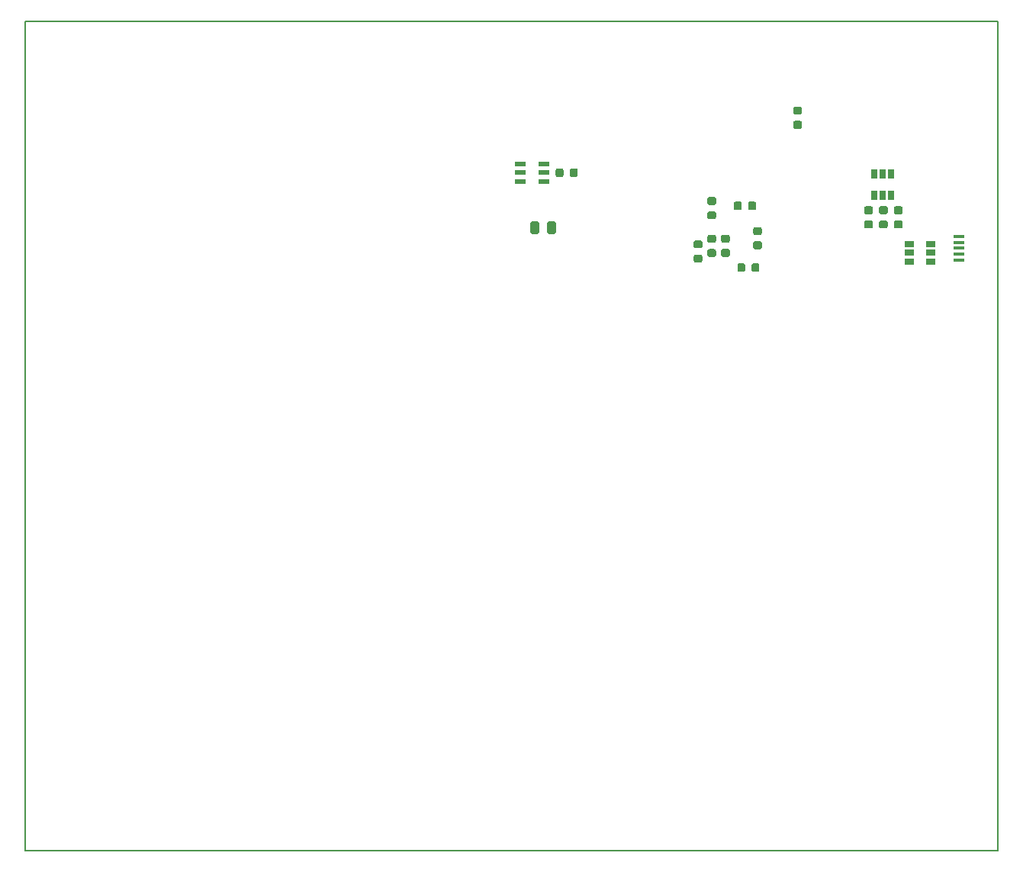
<source format=gbr>
G04 #@! TF.GenerationSoftware,KiCad,Pcbnew,5.0.2+dfsg1-1~bpo9+1*
G04 #@! TF.CreationDate,2019-02-21T15:21:29-05:00*
G04 #@! TF.ProjectId,nu.ai_motor_controller,6e752e61-695f-46d6-9f74-6f725f636f6e,rev?*
G04 #@! TF.SameCoordinates,Original*
G04 #@! TF.FileFunction,Paste,Bot*
G04 #@! TF.FilePolarity,Positive*
%FSLAX46Y46*%
G04 Gerber Fmt 4.6, Leading zero omitted, Abs format (unit mm)*
G04 Created by KiCad (PCBNEW 5.0.2+dfsg1-1~bpo9+1) date Thu 21 Feb 2019 03:21:29 PM EST*
%MOMM*%
%LPD*%
G01*
G04 APERTURE LIST*
%ADD10C,0.150000*%
%ADD11C,0.100000*%
%ADD12C,0.875000*%
%ADD13R,0.700000X1.000000*%
%ADD14C,0.975000*%
%ADD15R,1.200000X0.400000*%
%ADD16R,1.200000X0.600000*%
%ADD17R,1.000000X0.700000*%
G04 APERTURE END LIST*
D10*
X182970000Y-134900000D02*
X74970000Y-134900000D01*
X182970000Y-42900000D02*
X182970000Y-134900000D01*
X74970000Y-42900000D02*
X182970000Y-42900000D01*
X74970000Y-134900000D02*
X74970000Y-42900000D01*
D11*
G04 #@! TO.C,C10*
G36*
X154319691Y-62878053D02*
X154340926Y-62881203D01*
X154361750Y-62886419D01*
X154381962Y-62893651D01*
X154401368Y-62902830D01*
X154419781Y-62913866D01*
X154437024Y-62926654D01*
X154452930Y-62941070D01*
X154467346Y-62956976D01*
X154480134Y-62974219D01*
X154491170Y-62992632D01*
X154500349Y-63012038D01*
X154507581Y-63032250D01*
X154512797Y-63053074D01*
X154515947Y-63074309D01*
X154517000Y-63095750D01*
X154517000Y-63608250D01*
X154515947Y-63629691D01*
X154512797Y-63650926D01*
X154507581Y-63671750D01*
X154500349Y-63691962D01*
X154491170Y-63711368D01*
X154480134Y-63729781D01*
X154467346Y-63747024D01*
X154452930Y-63762930D01*
X154437024Y-63777346D01*
X154419781Y-63790134D01*
X154401368Y-63801170D01*
X154381962Y-63810349D01*
X154361750Y-63817581D01*
X154340926Y-63822797D01*
X154319691Y-63825947D01*
X154298250Y-63827000D01*
X153860750Y-63827000D01*
X153839309Y-63825947D01*
X153818074Y-63822797D01*
X153797250Y-63817581D01*
X153777038Y-63810349D01*
X153757632Y-63801170D01*
X153739219Y-63790134D01*
X153721976Y-63777346D01*
X153706070Y-63762930D01*
X153691654Y-63747024D01*
X153678866Y-63729781D01*
X153667830Y-63711368D01*
X153658651Y-63691962D01*
X153651419Y-63671750D01*
X153646203Y-63650926D01*
X153643053Y-63629691D01*
X153642000Y-63608250D01*
X153642000Y-63095750D01*
X153643053Y-63074309D01*
X153646203Y-63053074D01*
X153651419Y-63032250D01*
X153658651Y-63012038D01*
X153667830Y-62992632D01*
X153678866Y-62974219D01*
X153691654Y-62956976D01*
X153706070Y-62941070D01*
X153721976Y-62926654D01*
X153739219Y-62913866D01*
X153757632Y-62902830D01*
X153777038Y-62893651D01*
X153797250Y-62886419D01*
X153818074Y-62881203D01*
X153839309Y-62878053D01*
X153860750Y-62877000D01*
X154298250Y-62877000D01*
X154319691Y-62878053D01*
X154319691Y-62878053D01*
G37*
D12*
X154079500Y-63352000D03*
D11*
G36*
X155894691Y-62878053D02*
X155915926Y-62881203D01*
X155936750Y-62886419D01*
X155956962Y-62893651D01*
X155976368Y-62902830D01*
X155994781Y-62913866D01*
X156012024Y-62926654D01*
X156027930Y-62941070D01*
X156042346Y-62956976D01*
X156055134Y-62974219D01*
X156066170Y-62992632D01*
X156075349Y-63012038D01*
X156082581Y-63032250D01*
X156087797Y-63053074D01*
X156090947Y-63074309D01*
X156092000Y-63095750D01*
X156092000Y-63608250D01*
X156090947Y-63629691D01*
X156087797Y-63650926D01*
X156082581Y-63671750D01*
X156075349Y-63691962D01*
X156066170Y-63711368D01*
X156055134Y-63729781D01*
X156042346Y-63747024D01*
X156027930Y-63762930D01*
X156012024Y-63777346D01*
X155994781Y-63790134D01*
X155976368Y-63801170D01*
X155956962Y-63810349D01*
X155936750Y-63817581D01*
X155915926Y-63822797D01*
X155894691Y-63825947D01*
X155873250Y-63827000D01*
X155435750Y-63827000D01*
X155414309Y-63825947D01*
X155393074Y-63822797D01*
X155372250Y-63817581D01*
X155352038Y-63810349D01*
X155332632Y-63801170D01*
X155314219Y-63790134D01*
X155296976Y-63777346D01*
X155281070Y-63762930D01*
X155266654Y-63747024D01*
X155253866Y-63729781D01*
X155242830Y-63711368D01*
X155233651Y-63691962D01*
X155226419Y-63671750D01*
X155221203Y-63650926D01*
X155218053Y-63629691D01*
X155217000Y-63608250D01*
X155217000Y-63095750D01*
X155218053Y-63074309D01*
X155221203Y-63053074D01*
X155226419Y-63032250D01*
X155233651Y-63012038D01*
X155242830Y-62992632D01*
X155253866Y-62974219D01*
X155266654Y-62956976D01*
X155281070Y-62941070D01*
X155296976Y-62926654D01*
X155314219Y-62913866D01*
X155332632Y-62902830D01*
X155352038Y-62893651D01*
X155372250Y-62886419D01*
X155393074Y-62881203D01*
X155414309Y-62878053D01*
X155435750Y-62877000D01*
X155873250Y-62877000D01*
X155894691Y-62878053D01*
X155894691Y-62878053D01*
G37*
D12*
X155654500Y-63352000D03*
G04 #@! TD*
D11*
G04 #@! TO.C,C6*
G36*
X136108191Y-59195053D02*
X136129426Y-59198203D01*
X136150250Y-59203419D01*
X136170462Y-59210651D01*
X136189868Y-59219830D01*
X136208281Y-59230866D01*
X136225524Y-59243654D01*
X136241430Y-59258070D01*
X136255846Y-59273976D01*
X136268634Y-59291219D01*
X136279670Y-59309632D01*
X136288849Y-59329038D01*
X136296081Y-59349250D01*
X136301297Y-59370074D01*
X136304447Y-59391309D01*
X136305500Y-59412750D01*
X136305500Y-59925250D01*
X136304447Y-59946691D01*
X136301297Y-59967926D01*
X136296081Y-59988750D01*
X136288849Y-60008962D01*
X136279670Y-60028368D01*
X136268634Y-60046781D01*
X136255846Y-60064024D01*
X136241430Y-60079930D01*
X136225524Y-60094346D01*
X136208281Y-60107134D01*
X136189868Y-60118170D01*
X136170462Y-60127349D01*
X136150250Y-60134581D01*
X136129426Y-60139797D01*
X136108191Y-60142947D01*
X136086750Y-60144000D01*
X135649250Y-60144000D01*
X135627809Y-60142947D01*
X135606574Y-60139797D01*
X135585750Y-60134581D01*
X135565538Y-60127349D01*
X135546132Y-60118170D01*
X135527719Y-60107134D01*
X135510476Y-60094346D01*
X135494570Y-60079930D01*
X135480154Y-60064024D01*
X135467366Y-60046781D01*
X135456330Y-60028368D01*
X135447151Y-60008962D01*
X135439919Y-59988750D01*
X135434703Y-59967926D01*
X135431553Y-59946691D01*
X135430500Y-59925250D01*
X135430500Y-59412750D01*
X135431553Y-59391309D01*
X135434703Y-59370074D01*
X135439919Y-59349250D01*
X135447151Y-59329038D01*
X135456330Y-59309632D01*
X135467366Y-59291219D01*
X135480154Y-59273976D01*
X135494570Y-59258070D01*
X135510476Y-59243654D01*
X135527719Y-59230866D01*
X135546132Y-59219830D01*
X135565538Y-59210651D01*
X135585750Y-59203419D01*
X135606574Y-59198203D01*
X135627809Y-59195053D01*
X135649250Y-59194000D01*
X136086750Y-59194000D01*
X136108191Y-59195053D01*
X136108191Y-59195053D01*
G37*
D12*
X135868000Y-59669000D03*
D11*
G36*
X134533191Y-59195053D02*
X134554426Y-59198203D01*
X134575250Y-59203419D01*
X134595462Y-59210651D01*
X134614868Y-59219830D01*
X134633281Y-59230866D01*
X134650524Y-59243654D01*
X134666430Y-59258070D01*
X134680846Y-59273976D01*
X134693634Y-59291219D01*
X134704670Y-59309632D01*
X134713849Y-59329038D01*
X134721081Y-59349250D01*
X134726297Y-59370074D01*
X134729447Y-59391309D01*
X134730500Y-59412750D01*
X134730500Y-59925250D01*
X134729447Y-59946691D01*
X134726297Y-59967926D01*
X134721081Y-59988750D01*
X134713849Y-60008962D01*
X134704670Y-60028368D01*
X134693634Y-60046781D01*
X134680846Y-60064024D01*
X134666430Y-60079930D01*
X134650524Y-60094346D01*
X134633281Y-60107134D01*
X134614868Y-60118170D01*
X134595462Y-60127349D01*
X134575250Y-60134581D01*
X134554426Y-60139797D01*
X134533191Y-60142947D01*
X134511750Y-60144000D01*
X134074250Y-60144000D01*
X134052809Y-60142947D01*
X134031574Y-60139797D01*
X134010750Y-60134581D01*
X133990538Y-60127349D01*
X133971132Y-60118170D01*
X133952719Y-60107134D01*
X133935476Y-60094346D01*
X133919570Y-60079930D01*
X133905154Y-60064024D01*
X133892366Y-60046781D01*
X133881330Y-60028368D01*
X133872151Y-60008962D01*
X133864919Y-59988750D01*
X133859703Y-59967926D01*
X133856553Y-59946691D01*
X133855500Y-59925250D01*
X133855500Y-59412750D01*
X133856553Y-59391309D01*
X133859703Y-59370074D01*
X133864919Y-59349250D01*
X133872151Y-59329038D01*
X133881330Y-59309632D01*
X133892366Y-59291219D01*
X133905154Y-59273976D01*
X133919570Y-59258070D01*
X133935476Y-59243654D01*
X133952719Y-59230866D01*
X133971132Y-59219830D01*
X133990538Y-59210651D01*
X134010750Y-59203419D01*
X134031574Y-59198203D01*
X134052809Y-59195053D01*
X134074250Y-59194000D01*
X134511750Y-59194000D01*
X134533191Y-59195053D01*
X134533191Y-59195053D01*
G37*
D12*
X134293000Y-59669000D03*
G04 #@! TD*
D11*
G04 #@! TO.C,C9*
G36*
X149937691Y-67182553D02*
X149958926Y-67185703D01*
X149979750Y-67190919D01*
X149999962Y-67198151D01*
X150019368Y-67207330D01*
X150037781Y-67218366D01*
X150055024Y-67231154D01*
X150070930Y-67245570D01*
X150085346Y-67261476D01*
X150098134Y-67278719D01*
X150109170Y-67297132D01*
X150118349Y-67316538D01*
X150125581Y-67336750D01*
X150130797Y-67357574D01*
X150133947Y-67378809D01*
X150135000Y-67400250D01*
X150135000Y-67837750D01*
X150133947Y-67859191D01*
X150130797Y-67880426D01*
X150125581Y-67901250D01*
X150118349Y-67921462D01*
X150109170Y-67940868D01*
X150098134Y-67959281D01*
X150085346Y-67976524D01*
X150070930Y-67992430D01*
X150055024Y-68006846D01*
X150037781Y-68019634D01*
X150019368Y-68030670D01*
X149999962Y-68039849D01*
X149979750Y-68047081D01*
X149958926Y-68052297D01*
X149937691Y-68055447D01*
X149916250Y-68056500D01*
X149403750Y-68056500D01*
X149382309Y-68055447D01*
X149361074Y-68052297D01*
X149340250Y-68047081D01*
X149320038Y-68039849D01*
X149300632Y-68030670D01*
X149282219Y-68019634D01*
X149264976Y-68006846D01*
X149249070Y-67992430D01*
X149234654Y-67976524D01*
X149221866Y-67959281D01*
X149210830Y-67940868D01*
X149201651Y-67921462D01*
X149194419Y-67901250D01*
X149189203Y-67880426D01*
X149186053Y-67859191D01*
X149185000Y-67837750D01*
X149185000Y-67400250D01*
X149186053Y-67378809D01*
X149189203Y-67357574D01*
X149194419Y-67336750D01*
X149201651Y-67316538D01*
X149210830Y-67297132D01*
X149221866Y-67278719D01*
X149234654Y-67261476D01*
X149249070Y-67245570D01*
X149264976Y-67231154D01*
X149282219Y-67218366D01*
X149300632Y-67207330D01*
X149320038Y-67198151D01*
X149340250Y-67190919D01*
X149361074Y-67185703D01*
X149382309Y-67182553D01*
X149403750Y-67181500D01*
X149916250Y-67181500D01*
X149937691Y-67182553D01*
X149937691Y-67182553D01*
G37*
D12*
X149660000Y-67619000D03*
D11*
G36*
X149937691Y-68757553D02*
X149958926Y-68760703D01*
X149979750Y-68765919D01*
X149999962Y-68773151D01*
X150019368Y-68782330D01*
X150037781Y-68793366D01*
X150055024Y-68806154D01*
X150070930Y-68820570D01*
X150085346Y-68836476D01*
X150098134Y-68853719D01*
X150109170Y-68872132D01*
X150118349Y-68891538D01*
X150125581Y-68911750D01*
X150130797Y-68932574D01*
X150133947Y-68953809D01*
X150135000Y-68975250D01*
X150135000Y-69412750D01*
X150133947Y-69434191D01*
X150130797Y-69455426D01*
X150125581Y-69476250D01*
X150118349Y-69496462D01*
X150109170Y-69515868D01*
X150098134Y-69534281D01*
X150085346Y-69551524D01*
X150070930Y-69567430D01*
X150055024Y-69581846D01*
X150037781Y-69594634D01*
X150019368Y-69605670D01*
X149999962Y-69614849D01*
X149979750Y-69622081D01*
X149958926Y-69627297D01*
X149937691Y-69630447D01*
X149916250Y-69631500D01*
X149403750Y-69631500D01*
X149382309Y-69630447D01*
X149361074Y-69627297D01*
X149340250Y-69622081D01*
X149320038Y-69614849D01*
X149300632Y-69605670D01*
X149282219Y-69594634D01*
X149264976Y-69581846D01*
X149249070Y-69567430D01*
X149234654Y-69551524D01*
X149221866Y-69534281D01*
X149210830Y-69515868D01*
X149201651Y-69496462D01*
X149194419Y-69476250D01*
X149189203Y-69455426D01*
X149186053Y-69434191D01*
X149185000Y-69412750D01*
X149185000Y-68975250D01*
X149186053Y-68953809D01*
X149189203Y-68932574D01*
X149194419Y-68911750D01*
X149201651Y-68891538D01*
X149210830Y-68872132D01*
X149221866Y-68853719D01*
X149234654Y-68836476D01*
X149249070Y-68820570D01*
X149264976Y-68806154D01*
X149282219Y-68793366D01*
X149300632Y-68782330D01*
X149320038Y-68773151D01*
X149340250Y-68765919D01*
X149361074Y-68760703D01*
X149382309Y-68757553D01*
X149403750Y-68756500D01*
X149916250Y-68756500D01*
X149937691Y-68757553D01*
X149937691Y-68757553D01*
G37*
D12*
X149660000Y-69194000D03*
G04 #@! TD*
D11*
G04 #@! TO.C,C14*
G36*
X151461691Y-62382053D02*
X151482926Y-62385203D01*
X151503750Y-62390419D01*
X151523962Y-62397651D01*
X151543368Y-62406830D01*
X151561781Y-62417866D01*
X151579024Y-62430654D01*
X151594930Y-62445070D01*
X151609346Y-62460976D01*
X151622134Y-62478219D01*
X151633170Y-62496632D01*
X151642349Y-62516038D01*
X151649581Y-62536250D01*
X151654797Y-62557074D01*
X151657947Y-62578309D01*
X151659000Y-62599750D01*
X151659000Y-63037250D01*
X151657947Y-63058691D01*
X151654797Y-63079926D01*
X151649581Y-63100750D01*
X151642349Y-63120962D01*
X151633170Y-63140368D01*
X151622134Y-63158781D01*
X151609346Y-63176024D01*
X151594930Y-63191930D01*
X151579024Y-63206346D01*
X151561781Y-63219134D01*
X151543368Y-63230170D01*
X151523962Y-63239349D01*
X151503750Y-63246581D01*
X151482926Y-63251797D01*
X151461691Y-63254947D01*
X151440250Y-63256000D01*
X150927750Y-63256000D01*
X150906309Y-63254947D01*
X150885074Y-63251797D01*
X150864250Y-63246581D01*
X150844038Y-63239349D01*
X150824632Y-63230170D01*
X150806219Y-63219134D01*
X150788976Y-63206346D01*
X150773070Y-63191930D01*
X150758654Y-63176024D01*
X150745866Y-63158781D01*
X150734830Y-63140368D01*
X150725651Y-63120962D01*
X150718419Y-63100750D01*
X150713203Y-63079926D01*
X150710053Y-63058691D01*
X150709000Y-63037250D01*
X150709000Y-62599750D01*
X150710053Y-62578309D01*
X150713203Y-62557074D01*
X150718419Y-62536250D01*
X150725651Y-62516038D01*
X150734830Y-62496632D01*
X150745866Y-62478219D01*
X150758654Y-62460976D01*
X150773070Y-62445070D01*
X150788976Y-62430654D01*
X150806219Y-62417866D01*
X150824632Y-62406830D01*
X150844038Y-62397651D01*
X150864250Y-62390419D01*
X150885074Y-62385203D01*
X150906309Y-62382053D01*
X150927750Y-62381000D01*
X151440250Y-62381000D01*
X151461691Y-62382053D01*
X151461691Y-62382053D01*
G37*
D12*
X151184000Y-62818500D03*
D11*
G36*
X151461691Y-63957053D02*
X151482926Y-63960203D01*
X151503750Y-63965419D01*
X151523962Y-63972651D01*
X151543368Y-63981830D01*
X151561781Y-63992866D01*
X151579024Y-64005654D01*
X151594930Y-64020070D01*
X151609346Y-64035976D01*
X151622134Y-64053219D01*
X151633170Y-64071632D01*
X151642349Y-64091038D01*
X151649581Y-64111250D01*
X151654797Y-64132074D01*
X151657947Y-64153309D01*
X151659000Y-64174750D01*
X151659000Y-64612250D01*
X151657947Y-64633691D01*
X151654797Y-64654926D01*
X151649581Y-64675750D01*
X151642349Y-64695962D01*
X151633170Y-64715368D01*
X151622134Y-64733781D01*
X151609346Y-64751024D01*
X151594930Y-64766930D01*
X151579024Y-64781346D01*
X151561781Y-64794134D01*
X151543368Y-64805170D01*
X151523962Y-64814349D01*
X151503750Y-64821581D01*
X151482926Y-64826797D01*
X151461691Y-64829947D01*
X151440250Y-64831000D01*
X150927750Y-64831000D01*
X150906309Y-64829947D01*
X150885074Y-64826797D01*
X150864250Y-64821581D01*
X150844038Y-64814349D01*
X150824632Y-64805170D01*
X150806219Y-64794134D01*
X150788976Y-64781346D01*
X150773070Y-64766930D01*
X150758654Y-64751024D01*
X150745866Y-64733781D01*
X150734830Y-64715368D01*
X150725651Y-64695962D01*
X150718419Y-64675750D01*
X150713203Y-64654926D01*
X150710053Y-64633691D01*
X150709000Y-64612250D01*
X150709000Y-64174750D01*
X150710053Y-64153309D01*
X150713203Y-64132074D01*
X150718419Y-64111250D01*
X150725651Y-64091038D01*
X150734830Y-64071632D01*
X150745866Y-64053219D01*
X150758654Y-64035976D01*
X150773070Y-64020070D01*
X150788976Y-64005654D01*
X150806219Y-63992866D01*
X150824632Y-63981830D01*
X150844038Y-63972651D01*
X150864250Y-63965419D01*
X150885074Y-63960203D01*
X150906309Y-63957053D01*
X150927750Y-63956000D01*
X151440250Y-63956000D01*
X151461691Y-63957053D01*
X151461691Y-63957053D01*
G37*
D12*
X151184000Y-64393500D03*
G04 #@! TD*
D11*
G04 #@! TO.C,C15*
G36*
X154700691Y-69736053D02*
X154721926Y-69739203D01*
X154742750Y-69744419D01*
X154762962Y-69751651D01*
X154782368Y-69760830D01*
X154800781Y-69771866D01*
X154818024Y-69784654D01*
X154833930Y-69799070D01*
X154848346Y-69814976D01*
X154861134Y-69832219D01*
X154872170Y-69850632D01*
X154881349Y-69870038D01*
X154888581Y-69890250D01*
X154893797Y-69911074D01*
X154896947Y-69932309D01*
X154898000Y-69953750D01*
X154898000Y-70466250D01*
X154896947Y-70487691D01*
X154893797Y-70508926D01*
X154888581Y-70529750D01*
X154881349Y-70549962D01*
X154872170Y-70569368D01*
X154861134Y-70587781D01*
X154848346Y-70605024D01*
X154833930Y-70620930D01*
X154818024Y-70635346D01*
X154800781Y-70648134D01*
X154782368Y-70659170D01*
X154762962Y-70668349D01*
X154742750Y-70675581D01*
X154721926Y-70680797D01*
X154700691Y-70683947D01*
X154679250Y-70685000D01*
X154241750Y-70685000D01*
X154220309Y-70683947D01*
X154199074Y-70680797D01*
X154178250Y-70675581D01*
X154158038Y-70668349D01*
X154138632Y-70659170D01*
X154120219Y-70648134D01*
X154102976Y-70635346D01*
X154087070Y-70620930D01*
X154072654Y-70605024D01*
X154059866Y-70587781D01*
X154048830Y-70569368D01*
X154039651Y-70549962D01*
X154032419Y-70529750D01*
X154027203Y-70508926D01*
X154024053Y-70487691D01*
X154023000Y-70466250D01*
X154023000Y-69953750D01*
X154024053Y-69932309D01*
X154027203Y-69911074D01*
X154032419Y-69890250D01*
X154039651Y-69870038D01*
X154048830Y-69850632D01*
X154059866Y-69832219D01*
X154072654Y-69814976D01*
X154087070Y-69799070D01*
X154102976Y-69784654D01*
X154120219Y-69771866D01*
X154138632Y-69760830D01*
X154158038Y-69751651D01*
X154178250Y-69744419D01*
X154199074Y-69739203D01*
X154220309Y-69736053D01*
X154241750Y-69735000D01*
X154679250Y-69735000D01*
X154700691Y-69736053D01*
X154700691Y-69736053D01*
G37*
D12*
X154460500Y-70210000D03*
D11*
G36*
X156275691Y-69736053D02*
X156296926Y-69739203D01*
X156317750Y-69744419D01*
X156337962Y-69751651D01*
X156357368Y-69760830D01*
X156375781Y-69771866D01*
X156393024Y-69784654D01*
X156408930Y-69799070D01*
X156423346Y-69814976D01*
X156436134Y-69832219D01*
X156447170Y-69850632D01*
X156456349Y-69870038D01*
X156463581Y-69890250D01*
X156468797Y-69911074D01*
X156471947Y-69932309D01*
X156473000Y-69953750D01*
X156473000Y-70466250D01*
X156471947Y-70487691D01*
X156468797Y-70508926D01*
X156463581Y-70529750D01*
X156456349Y-70549962D01*
X156447170Y-70569368D01*
X156436134Y-70587781D01*
X156423346Y-70605024D01*
X156408930Y-70620930D01*
X156393024Y-70635346D01*
X156375781Y-70648134D01*
X156357368Y-70659170D01*
X156337962Y-70668349D01*
X156317750Y-70675581D01*
X156296926Y-70680797D01*
X156275691Y-70683947D01*
X156254250Y-70685000D01*
X155816750Y-70685000D01*
X155795309Y-70683947D01*
X155774074Y-70680797D01*
X155753250Y-70675581D01*
X155733038Y-70668349D01*
X155713632Y-70659170D01*
X155695219Y-70648134D01*
X155677976Y-70635346D01*
X155662070Y-70620930D01*
X155647654Y-70605024D01*
X155634866Y-70587781D01*
X155623830Y-70569368D01*
X155614651Y-70549962D01*
X155607419Y-70529750D01*
X155602203Y-70508926D01*
X155599053Y-70487691D01*
X155598000Y-70466250D01*
X155598000Y-69953750D01*
X155599053Y-69932309D01*
X155602203Y-69911074D01*
X155607419Y-69890250D01*
X155614651Y-69870038D01*
X155623830Y-69850632D01*
X155634866Y-69832219D01*
X155647654Y-69814976D01*
X155662070Y-69799070D01*
X155677976Y-69784654D01*
X155695219Y-69771866D01*
X155713632Y-69760830D01*
X155733038Y-69751651D01*
X155753250Y-69744419D01*
X155774074Y-69739203D01*
X155795309Y-69736053D01*
X155816750Y-69735000D01*
X156254250Y-69735000D01*
X156275691Y-69736053D01*
X156275691Y-69736053D01*
G37*
D12*
X156035500Y-70210000D03*
G04 #@! TD*
D11*
G04 #@! TO.C,C20*
G36*
X156541691Y-67284553D02*
X156562926Y-67287703D01*
X156583750Y-67292919D01*
X156603962Y-67300151D01*
X156623368Y-67309330D01*
X156641781Y-67320366D01*
X156659024Y-67333154D01*
X156674930Y-67347570D01*
X156689346Y-67363476D01*
X156702134Y-67380719D01*
X156713170Y-67399132D01*
X156722349Y-67418538D01*
X156729581Y-67438750D01*
X156734797Y-67459574D01*
X156737947Y-67480809D01*
X156739000Y-67502250D01*
X156739000Y-67939750D01*
X156737947Y-67961191D01*
X156734797Y-67982426D01*
X156729581Y-68003250D01*
X156722349Y-68023462D01*
X156713170Y-68042868D01*
X156702134Y-68061281D01*
X156689346Y-68078524D01*
X156674930Y-68094430D01*
X156659024Y-68108846D01*
X156641781Y-68121634D01*
X156623368Y-68132670D01*
X156603962Y-68141849D01*
X156583750Y-68149081D01*
X156562926Y-68154297D01*
X156541691Y-68157447D01*
X156520250Y-68158500D01*
X156007750Y-68158500D01*
X155986309Y-68157447D01*
X155965074Y-68154297D01*
X155944250Y-68149081D01*
X155924038Y-68141849D01*
X155904632Y-68132670D01*
X155886219Y-68121634D01*
X155868976Y-68108846D01*
X155853070Y-68094430D01*
X155838654Y-68078524D01*
X155825866Y-68061281D01*
X155814830Y-68042868D01*
X155805651Y-68023462D01*
X155798419Y-68003250D01*
X155793203Y-67982426D01*
X155790053Y-67961191D01*
X155789000Y-67939750D01*
X155789000Y-67502250D01*
X155790053Y-67480809D01*
X155793203Y-67459574D01*
X155798419Y-67438750D01*
X155805651Y-67418538D01*
X155814830Y-67399132D01*
X155825866Y-67380719D01*
X155838654Y-67363476D01*
X155853070Y-67347570D01*
X155868976Y-67333154D01*
X155886219Y-67320366D01*
X155904632Y-67309330D01*
X155924038Y-67300151D01*
X155944250Y-67292919D01*
X155965074Y-67287703D01*
X155986309Y-67284553D01*
X156007750Y-67283500D01*
X156520250Y-67283500D01*
X156541691Y-67284553D01*
X156541691Y-67284553D01*
G37*
D12*
X156264000Y-67721000D03*
D11*
G36*
X156541691Y-65709553D02*
X156562926Y-65712703D01*
X156583750Y-65717919D01*
X156603962Y-65725151D01*
X156623368Y-65734330D01*
X156641781Y-65745366D01*
X156659024Y-65758154D01*
X156674930Y-65772570D01*
X156689346Y-65788476D01*
X156702134Y-65805719D01*
X156713170Y-65824132D01*
X156722349Y-65843538D01*
X156729581Y-65863750D01*
X156734797Y-65884574D01*
X156737947Y-65905809D01*
X156739000Y-65927250D01*
X156739000Y-66364750D01*
X156737947Y-66386191D01*
X156734797Y-66407426D01*
X156729581Y-66428250D01*
X156722349Y-66448462D01*
X156713170Y-66467868D01*
X156702134Y-66486281D01*
X156689346Y-66503524D01*
X156674930Y-66519430D01*
X156659024Y-66533846D01*
X156641781Y-66546634D01*
X156623368Y-66557670D01*
X156603962Y-66566849D01*
X156583750Y-66574081D01*
X156562926Y-66579297D01*
X156541691Y-66582447D01*
X156520250Y-66583500D01*
X156007750Y-66583500D01*
X155986309Y-66582447D01*
X155965074Y-66579297D01*
X155944250Y-66574081D01*
X155924038Y-66566849D01*
X155904632Y-66557670D01*
X155886219Y-66546634D01*
X155868976Y-66533846D01*
X155853070Y-66519430D01*
X155838654Y-66503524D01*
X155825866Y-66486281D01*
X155814830Y-66467868D01*
X155805651Y-66448462D01*
X155798419Y-66428250D01*
X155793203Y-66407426D01*
X155790053Y-66386191D01*
X155789000Y-66364750D01*
X155789000Y-65927250D01*
X155790053Y-65905809D01*
X155793203Y-65884574D01*
X155798419Y-65863750D01*
X155805651Y-65843538D01*
X155814830Y-65824132D01*
X155825866Y-65805719D01*
X155838654Y-65788476D01*
X155853070Y-65772570D01*
X155868976Y-65758154D01*
X155886219Y-65745366D01*
X155904632Y-65734330D01*
X155924038Y-65725151D01*
X155944250Y-65717919D01*
X155965074Y-65712703D01*
X155986309Y-65709553D01*
X156007750Y-65708500D01*
X156520250Y-65708500D01*
X156541691Y-65709553D01*
X156541691Y-65709553D01*
G37*
D12*
X156264000Y-66146000D03*
G04 #@! TD*
D11*
G04 #@! TO.C,C31*
G36*
X152985691Y-68127213D02*
X153006926Y-68130363D01*
X153027750Y-68135579D01*
X153047962Y-68142811D01*
X153067368Y-68151990D01*
X153085781Y-68163026D01*
X153103024Y-68175814D01*
X153118930Y-68190230D01*
X153133346Y-68206136D01*
X153146134Y-68223379D01*
X153157170Y-68241792D01*
X153166349Y-68261198D01*
X153173581Y-68281410D01*
X153178797Y-68302234D01*
X153181947Y-68323469D01*
X153183000Y-68344910D01*
X153183000Y-68782410D01*
X153181947Y-68803851D01*
X153178797Y-68825086D01*
X153173581Y-68845910D01*
X153166349Y-68866122D01*
X153157170Y-68885528D01*
X153146134Y-68903941D01*
X153133346Y-68921184D01*
X153118930Y-68937090D01*
X153103024Y-68951506D01*
X153085781Y-68964294D01*
X153067368Y-68975330D01*
X153047962Y-68984509D01*
X153027750Y-68991741D01*
X153006926Y-68996957D01*
X152985691Y-69000107D01*
X152964250Y-69001160D01*
X152451750Y-69001160D01*
X152430309Y-69000107D01*
X152409074Y-68996957D01*
X152388250Y-68991741D01*
X152368038Y-68984509D01*
X152348632Y-68975330D01*
X152330219Y-68964294D01*
X152312976Y-68951506D01*
X152297070Y-68937090D01*
X152282654Y-68921184D01*
X152269866Y-68903941D01*
X152258830Y-68885528D01*
X152249651Y-68866122D01*
X152242419Y-68845910D01*
X152237203Y-68825086D01*
X152234053Y-68803851D01*
X152233000Y-68782410D01*
X152233000Y-68344910D01*
X152234053Y-68323469D01*
X152237203Y-68302234D01*
X152242419Y-68281410D01*
X152249651Y-68261198D01*
X152258830Y-68241792D01*
X152269866Y-68223379D01*
X152282654Y-68206136D01*
X152297070Y-68190230D01*
X152312976Y-68175814D01*
X152330219Y-68163026D01*
X152348632Y-68151990D01*
X152368038Y-68142811D01*
X152388250Y-68135579D01*
X152409074Y-68130363D01*
X152430309Y-68127213D01*
X152451750Y-68126160D01*
X152964250Y-68126160D01*
X152985691Y-68127213D01*
X152985691Y-68127213D01*
G37*
D12*
X152708000Y-68563660D03*
D11*
G36*
X152985691Y-66552213D02*
X153006926Y-66555363D01*
X153027750Y-66560579D01*
X153047962Y-66567811D01*
X153067368Y-66576990D01*
X153085781Y-66588026D01*
X153103024Y-66600814D01*
X153118930Y-66615230D01*
X153133346Y-66631136D01*
X153146134Y-66648379D01*
X153157170Y-66666792D01*
X153166349Y-66686198D01*
X153173581Y-66706410D01*
X153178797Y-66727234D01*
X153181947Y-66748469D01*
X153183000Y-66769910D01*
X153183000Y-67207410D01*
X153181947Y-67228851D01*
X153178797Y-67250086D01*
X153173581Y-67270910D01*
X153166349Y-67291122D01*
X153157170Y-67310528D01*
X153146134Y-67328941D01*
X153133346Y-67346184D01*
X153118930Y-67362090D01*
X153103024Y-67376506D01*
X153085781Y-67389294D01*
X153067368Y-67400330D01*
X153047962Y-67409509D01*
X153027750Y-67416741D01*
X153006926Y-67421957D01*
X152985691Y-67425107D01*
X152964250Y-67426160D01*
X152451750Y-67426160D01*
X152430309Y-67425107D01*
X152409074Y-67421957D01*
X152388250Y-67416741D01*
X152368038Y-67409509D01*
X152348632Y-67400330D01*
X152330219Y-67389294D01*
X152312976Y-67376506D01*
X152297070Y-67362090D01*
X152282654Y-67346184D01*
X152269866Y-67328941D01*
X152258830Y-67310528D01*
X152249651Y-67291122D01*
X152242419Y-67270910D01*
X152237203Y-67250086D01*
X152234053Y-67228851D01*
X152233000Y-67207410D01*
X152233000Y-66769910D01*
X152234053Y-66748469D01*
X152237203Y-66727234D01*
X152242419Y-66706410D01*
X152249651Y-66686198D01*
X152258830Y-66666792D01*
X152269866Y-66648379D01*
X152282654Y-66631136D01*
X152297070Y-66615230D01*
X152312976Y-66600814D01*
X152330219Y-66588026D01*
X152348632Y-66576990D01*
X152368038Y-66567811D01*
X152388250Y-66560579D01*
X152409074Y-66555363D01*
X152430309Y-66552213D01*
X152451750Y-66551160D01*
X152964250Y-66551160D01*
X152985691Y-66552213D01*
X152985691Y-66552213D01*
G37*
D12*
X152708000Y-66988660D03*
G04 #@! TD*
D13*
G04 #@! TO.C,D6*
X170168000Y-59796000D03*
X170168000Y-62196000D03*
X171118000Y-62196000D03*
X171118000Y-59796000D03*
X169218000Y-62196000D03*
X169218000Y-59796000D03*
G04 #@! TD*
D11*
G04 #@! TO.C,D7*
G36*
X131807463Y-65080125D02*
X131831124Y-65083635D01*
X131854328Y-65089447D01*
X131876850Y-65097505D01*
X131898474Y-65107733D01*
X131918991Y-65120030D01*
X131938204Y-65134280D01*
X131955928Y-65150344D01*
X131971992Y-65168068D01*
X131986242Y-65187281D01*
X131998539Y-65207798D01*
X132008767Y-65229422D01*
X132016825Y-65251944D01*
X132022637Y-65275148D01*
X132026147Y-65298809D01*
X132027321Y-65322701D01*
X132027321Y-66235201D01*
X132026147Y-66259093D01*
X132022637Y-66282754D01*
X132016825Y-66305958D01*
X132008767Y-66328480D01*
X131998539Y-66350104D01*
X131986242Y-66370621D01*
X131971992Y-66389834D01*
X131955928Y-66407558D01*
X131938204Y-66423622D01*
X131918991Y-66437872D01*
X131898474Y-66450169D01*
X131876850Y-66460397D01*
X131854328Y-66468455D01*
X131831124Y-66474267D01*
X131807463Y-66477777D01*
X131783571Y-66478951D01*
X131296071Y-66478951D01*
X131272179Y-66477777D01*
X131248518Y-66474267D01*
X131225314Y-66468455D01*
X131202792Y-66460397D01*
X131181168Y-66450169D01*
X131160651Y-66437872D01*
X131141438Y-66423622D01*
X131123714Y-66407558D01*
X131107650Y-66389834D01*
X131093400Y-66370621D01*
X131081103Y-66350104D01*
X131070875Y-66328480D01*
X131062817Y-66305958D01*
X131057005Y-66282754D01*
X131053495Y-66259093D01*
X131052321Y-66235201D01*
X131052321Y-65322701D01*
X131053495Y-65298809D01*
X131057005Y-65275148D01*
X131062817Y-65251944D01*
X131070875Y-65229422D01*
X131081103Y-65207798D01*
X131093400Y-65187281D01*
X131107650Y-65168068D01*
X131123714Y-65150344D01*
X131141438Y-65134280D01*
X131160651Y-65120030D01*
X131181168Y-65107733D01*
X131202792Y-65097505D01*
X131225314Y-65089447D01*
X131248518Y-65083635D01*
X131272179Y-65080125D01*
X131296071Y-65078951D01*
X131783571Y-65078951D01*
X131807463Y-65080125D01*
X131807463Y-65080125D01*
G37*
D14*
X131539821Y-65778951D03*
D11*
G36*
X133682463Y-65080125D02*
X133706124Y-65083635D01*
X133729328Y-65089447D01*
X133751850Y-65097505D01*
X133773474Y-65107733D01*
X133793991Y-65120030D01*
X133813204Y-65134280D01*
X133830928Y-65150344D01*
X133846992Y-65168068D01*
X133861242Y-65187281D01*
X133873539Y-65207798D01*
X133883767Y-65229422D01*
X133891825Y-65251944D01*
X133897637Y-65275148D01*
X133901147Y-65298809D01*
X133902321Y-65322701D01*
X133902321Y-66235201D01*
X133901147Y-66259093D01*
X133897637Y-66282754D01*
X133891825Y-66305958D01*
X133883767Y-66328480D01*
X133873539Y-66350104D01*
X133861242Y-66370621D01*
X133846992Y-66389834D01*
X133830928Y-66407558D01*
X133813204Y-66423622D01*
X133793991Y-66437872D01*
X133773474Y-66450169D01*
X133751850Y-66460397D01*
X133729328Y-66468455D01*
X133706124Y-66474267D01*
X133682463Y-66477777D01*
X133658571Y-66478951D01*
X133171071Y-66478951D01*
X133147179Y-66477777D01*
X133123518Y-66474267D01*
X133100314Y-66468455D01*
X133077792Y-66460397D01*
X133056168Y-66450169D01*
X133035651Y-66437872D01*
X133016438Y-66423622D01*
X132998714Y-66407558D01*
X132982650Y-66389834D01*
X132968400Y-66370621D01*
X132956103Y-66350104D01*
X132945875Y-66328480D01*
X132937817Y-66305958D01*
X132932005Y-66282754D01*
X132928495Y-66259093D01*
X132927321Y-66235201D01*
X132927321Y-65322701D01*
X132928495Y-65298809D01*
X132932005Y-65275148D01*
X132937817Y-65251944D01*
X132945875Y-65229422D01*
X132956103Y-65207798D01*
X132968400Y-65187281D01*
X132982650Y-65168068D01*
X132998714Y-65150344D01*
X133016438Y-65134280D01*
X133035651Y-65120030D01*
X133056168Y-65107733D01*
X133077792Y-65097505D01*
X133100314Y-65089447D01*
X133123518Y-65083635D01*
X133147179Y-65080125D01*
X133171071Y-65078951D01*
X133658571Y-65078951D01*
X133682463Y-65080125D01*
X133682463Y-65080125D01*
G37*
D14*
X133414821Y-65778951D03*
G04 #@! TD*
D15*
G04 #@! TO.C,J11*
X178645509Y-69338090D03*
X178645509Y-68688090D03*
X178645509Y-68038090D03*
X178645509Y-67388090D03*
X178645509Y-66738090D03*
G04 #@! TD*
D11*
G04 #@! TO.C,L1*
G36*
X151461691Y-66573053D02*
X151482926Y-66576203D01*
X151503750Y-66581419D01*
X151523962Y-66588651D01*
X151543368Y-66597830D01*
X151561781Y-66608866D01*
X151579024Y-66621654D01*
X151594930Y-66636070D01*
X151609346Y-66651976D01*
X151622134Y-66669219D01*
X151633170Y-66687632D01*
X151642349Y-66707038D01*
X151649581Y-66727250D01*
X151654797Y-66748074D01*
X151657947Y-66769309D01*
X151659000Y-66790750D01*
X151659000Y-67228250D01*
X151657947Y-67249691D01*
X151654797Y-67270926D01*
X151649581Y-67291750D01*
X151642349Y-67311962D01*
X151633170Y-67331368D01*
X151622134Y-67349781D01*
X151609346Y-67367024D01*
X151594930Y-67382930D01*
X151579024Y-67397346D01*
X151561781Y-67410134D01*
X151543368Y-67421170D01*
X151523962Y-67430349D01*
X151503750Y-67437581D01*
X151482926Y-67442797D01*
X151461691Y-67445947D01*
X151440250Y-67447000D01*
X150927750Y-67447000D01*
X150906309Y-67445947D01*
X150885074Y-67442797D01*
X150864250Y-67437581D01*
X150844038Y-67430349D01*
X150824632Y-67421170D01*
X150806219Y-67410134D01*
X150788976Y-67397346D01*
X150773070Y-67382930D01*
X150758654Y-67367024D01*
X150745866Y-67349781D01*
X150734830Y-67331368D01*
X150725651Y-67311962D01*
X150718419Y-67291750D01*
X150713203Y-67270926D01*
X150710053Y-67249691D01*
X150709000Y-67228250D01*
X150709000Y-66790750D01*
X150710053Y-66769309D01*
X150713203Y-66748074D01*
X150718419Y-66727250D01*
X150725651Y-66707038D01*
X150734830Y-66687632D01*
X150745866Y-66669219D01*
X150758654Y-66651976D01*
X150773070Y-66636070D01*
X150788976Y-66621654D01*
X150806219Y-66608866D01*
X150824632Y-66597830D01*
X150844038Y-66588651D01*
X150864250Y-66581419D01*
X150885074Y-66576203D01*
X150906309Y-66573053D01*
X150927750Y-66572000D01*
X151440250Y-66572000D01*
X151461691Y-66573053D01*
X151461691Y-66573053D01*
G37*
D12*
X151184000Y-67009500D03*
D11*
G36*
X151461691Y-68148053D02*
X151482926Y-68151203D01*
X151503750Y-68156419D01*
X151523962Y-68163651D01*
X151543368Y-68172830D01*
X151561781Y-68183866D01*
X151579024Y-68196654D01*
X151594930Y-68211070D01*
X151609346Y-68226976D01*
X151622134Y-68244219D01*
X151633170Y-68262632D01*
X151642349Y-68282038D01*
X151649581Y-68302250D01*
X151654797Y-68323074D01*
X151657947Y-68344309D01*
X151659000Y-68365750D01*
X151659000Y-68803250D01*
X151657947Y-68824691D01*
X151654797Y-68845926D01*
X151649581Y-68866750D01*
X151642349Y-68886962D01*
X151633170Y-68906368D01*
X151622134Y-68924781D01*
X151609346Y-68942024D01*
X151594930Y-68957930D01*
X151579024Y-68972346D01*
X151561781Y-68985134D01*
X151543368Y-68996170D01*
X151523962Y-69005349D01*
X151503750Y-69012581D01*
X151482926Y-69017797D01*
X151461691Y-69020947D01*
X151440250Y-69022000D01*
X150927750Y-69022000D01*
X150906309Y-69020947D01*
X150885074Y-69017797D01*
X150864250Y-69012581D01*
X150844038Y-69005349D01*
X150824632Y-68996170D01*
X150806219Y-68985134D01*
X150788976Y-68972346D01*
X150773070Y-68957930D01*
X150758654Y-68942024D01*
X150745866Y-68924781D01*
X150734830Y-68906368D01*
X150725651Y-68886962D01*
X150718419Y-68866750D01*
X150713203Y-68845926D01*
X150710053Y-68824691D01*
X150709000Y-68803250D01*
X150709000Y-68365750D01*
X150710053Y-68344309D01*
X150713203Y-68323074D01*
X150718419Y-68302250D01*
X150725651Y-68282038D01*
X150734830Y-68262632D01*
X150745866Y-68244219D01*
X150758654Y-68226976D01*
X150773070Y-68211070D01*
X150788976Y-68196654D01*
X150806219Y-68183866D01*
X150824632Y-68172830D01*
X150844038Y-68163651D01*
X150864250Y-68156419D01*
X150885074Y-68151203D01*
X150906309Y-68148053D01*
X150927750Y-68147000D01*
X151440250Y-68147000D01*
X151461691Y-68148053D01*
X151461691Y-68148053D01*
G37*
D12*
X151184000Y-68584500D03*
G04 #@! TD*
D11*
G04 #@! TO.C,R18*
G36*
X168860691Y-64973053D02*
X168881926Y-64976203D01*
X168902750Y-64981419D01*
X168922962Y-64988651D01*
X168942368Y-64997830D01*
X168960781Y-65008866D01*
X168978024Y-65021654D01*
X168993930Y-65036070D01*
X169008346Y-65051976D01*
X169021134Y-65069219D01*
X169032170Y-65087632D01*
X169041349Y-65107038D01*
X169048581Y-65127250D01*
X169053797Y-65148074D01*
X169056947Y-65169309D01*
X169058000Y-65190750D01*
X169058000Y-65628250D01*
X169056947Y-65649691D01*
X169053797Y-65670926D01*
X169048581Y-65691750D01*
X169041349Y-65711962D01*
X169032170Y-65731368D01*
X169021134Y-65749781D01*
X169008346Y-65767024D01*
X168993930Y-65782930D01*
X168978024Y-65797346D01*
X168960781Y-65810134D01*
X168942368Y-65821170D01*
X168922962Y-65830349D01*
X168902750Y-65837581D01*
X168881926Y-65842797D01*
X168860691Y-65845947D01*
X168839250Y-65847000D01*
X168326750Y-65847000D01*
X168305309Y-65845947D01*
X168284074Y-65842797D01*
X168263250Y-65837581D01*
X168243038Y-65830349D01*
X168223632Y-65821170D01*
X168205219Y-65810134D01*
X168187976Y-65797346D01*
X168172070Y-65782930D01*
X168157654Y-65767024D01*
X168144866Y-65749781D01*
X168133830Y-65731368D01*
X168124651Y-65711962D01*
X168117419Y-65691750D01*
X168112203Y-65670926D01*
X168109053Y-65649691D01*
X168108000Y-65628250D01*
X168108000Y-65190750D01*
X168109053Y-65169309D01*
X168112203Y-65148074D01*
X168117419Y-65127250D01*
X168124651Y-65107038D01*
X168133830Y-65087632D01*
X168144866Y-65069219D01*
X168157654Y-65051976D01*
X168172070Y-65036070D01*
X168187976Y-65021654D01*
X168205219Y-65008866D01*
X168223632Y-64997830D01*
X168243038Y-64988651D01*
X168263250Y-64981419D01*
X168284074Y-64976203D01*
X168305309Y-64973053D01*
X168326750Y-64972000D01*
X168839250Y-64972000D01*
X168860691Y-64973053D01*
X168860691Y-64973053D01*
G37*
D12*
X168583000Y-65409500D03*
D11*
G36*
X168860691Y-63398053D02*
X168881926Y-63401203D01*
X168902750Y-63406419D01*
X168922962Y-63413651D01*
X168942368Y-63422830D01*
X168960781Y-63433866D01*
X168978024Y-63446654D01*
X168993930Y-63461070D01*
X169008346Y-63476976D01*
X169021134Y-63494219D01*
X169032170Y-63512632D01*
X169041349Y-63532038D01*
X169048581Y-63552250D01*
X169053797Y-63573074D01*
X169056947Y-63594309D01*
X169058000Y-63615750D01*
X169058000Y-64053250D01*
X169056947Y-64074691D01*
X169053797Y-64095926D01*
X169048581Y-64116750D01*
X169041349Y-64136962D01*
X169032170Y-64156368D01*
X169021134Y-64174781D01*
X169008346Y-64192024D01*
X168993930Y-64207930D01*
X168978024Y-64222346D01*
X168960781Y-64235134D01*
X168942368Y-64246170D01*
X168922962Y-64255349D01*
X168902750Y-64262581D01*
X168881926Y-64267797D01*
X168860691Y-64270947D01*
X168839250Y-64272000D01*
X168326750Y-64272000D01*
X168305309Y-64270947D01*
X168284074Y-64267797D01*
X168263250Y-64262581D01*
X168243038Y-64255349D01*
X168223632Y-64246170D01*
X168205219Y-64235134D01*
X168187976Y-64222346D01*
X168172070Y-64207930D01*
X168157654Y-64192024D01*
X168144866Y-64174781D01*
X168133830Y-64156368D01*
X168124651Y-64136962D01*
X168117419Y-64116750D01*
X168112203Y-64095926D01*
X168109053Y-64074691D01*
X168108000Y-64053250D01*
X168108000Y-63615750D01*
X168109053Y-63594309D01*
X168112203Y-63573074D01*
X168117419Y-63552250D01*
X168124651Y-63532038D01*
X168133830Y-63512632D01*
X168144866Y-63494219D01*
X168157654Y-63476976D01*
X168172070Y-63461070D01*
X168187976Y-63446654D01*
X168205219Y-63433866D01*
X168223632Y-63422830D01*
X168243038Y-63413651D01*
X168263250Y-63406419D01*
X168284074Y-63401203D01*
X168305309Y-63398053D01*
X168326750Y-63397000D01*
X168839250Y-63397000D01*
X168860691Y-63398053D01*
X168860691Y-63398053D01*
G37*
D12*
X168583000Y-63834500D03*
G04 #@! TD*
D11*
G04 #@! TO.C,R19*
G36*
X172162691Y-63398053D02*
X172183926Y-63401203D01*
X172204750Y-63406419D01*
X172224962Y-63413651D01*
X172244368Y-63422830D01*
X172262781Y-63433866D01*
X172280024Y-63446654D01*
X172295930Y-63461070D01*
X172310346Y-63476976D01*
X172323134Y-63494219D01*
X172334170Y-63512632D01*
X172343349Y-63532038D01*
X172350581Y-63552250D01*
X172355797Y-63573074D01*
X172358947Y-63594309D01*
X172360000Y-63615750D01*
X172360000Y-64053250D01*
X172358947Y-64074691D01*
X172355797Y-64095926D01*
X172350581Y-64116750D01*
X172343349Y-64136962D01*
X172334170Y-64156368D01*
X172323134Y-64174781D01*
X172310346Y-64192024D01*
X172295930Y-64207930D01*
X172280024Y-64222346D01*
X172262781Y-64235134D01*
X172244368Y-64246170D01*
X172224962Y-64255349D01*
X172204750Y-64262581D01*
X172183926Y-64267797D01*
X172162691Y-64270947D01*
X172141250Y-64272000D01*
X171628750Y-64272000D01*
X171607309Y-64270947D01*
X171586074Y-64267797D01*
X171565250Y-64262581D01*
X171545038Y-64255349D01*
X171525632Y-64246170D01*
X171507219Y-64235134D01*
X171489976Y-64222346D01*
X171474070Y-64207930D01*
X171459654Y-64192024D01*
X171446866Y-64174781D01*
X171435830Y-64156368D01*
X171426651Y-64136962D01*
X171419419Y-64116750D01*
X171414203Y-64095926D01*
X171411053Y-64074691D01*
X171410000Y-64053250D01*
X171410000Y-63615750D01*
X171411053Y-63594309D01*
X171414203Y-63573074D01*
X171419419Y-63552250D01*
X171426651Y-63532038D01*
X171435830Y-63512632D01*
X171446866Y-63494219D01*
X171459654Y-63476976D01*
X171474070Y-63461070D01*
X171489976Y-63446654D01*
X171507219Y-63433866D01*
X171525632Y-63422830D01*
X171545038Y-63413651D01*
X171565250Y-63406419D01*
X171586074Y-63401203D01*
X171607309Y-63398053D01*
X171628750Y-63397000D01*
X172141250Y-63397000D01*
X172162691Y-63398053D01*
X172162691Y-63398053D01*
G37*
D12*
X171885000Y-63834500D03*
D11*
G36*
X172162691Y-64973053D02*
X172183926Y-64976203D01*
X172204750Y-64981419D01*
X172224962Y-64988651D01*
X172244368Y-64997830D01*
X172262781Y-65008866D01*
X172280024Y-65021654D01*
X172295930Y-65036070D01*
X172310346Y-65051976D01*
X172323134Y-65069219D01*
X172334170Y-65087632D01*
X172343349Y-65107038D01*
X172350581Y-65127250D01*
X172355797Y-65148074D01*
X172358947Y-65169309D01*
X172360000Y-65190750D01*
X172360000Y-65628250D01*
X172358947Y-65649691D01*
X172355797Y-65670926D01*
X172350581Y-65691750D01*
X172343349Y-65711962D01*
X172334170Y-65731368D01*
X172323134Y-65749781D01*
X172310346Y-65767024D01*
X172295930Y-65782930D01*
X172280024Y-65797346D01*
X172262781Y-65810134D01*
X172244368Y-65821170D01*
X172224962Y-65830349D01*
X172204750Y-65837581D01*
X172183926Y-65842797D01*
X172162691Y-65845947D01*
X172141250Y-65847000D01*
X171628750Y-65847000D01*
X171607309Y-65845947D01*
X171586074Y-65842797D01*
X171565250Y-65837581D01*
X171545038Y-65830349D01*
X171525632Y-65821170D01*
X171507219Y-65810134D01*
X171489976Y-65797346D01*
X171474070Y-65782930D01*
X171459654Y-65767024D01*
X171446866Y-65749781D01*
X171435830Y-65731368D01*
X171426651Y-65711962D01*
X171419419Y-65691750D01*
X171414203Y-65670926D01*
X171411053Y-65649691D01*
X171410000Y-65628250D01*
X171410000Y-65190750D01*
X171411053Y-65169309D01*
X171414203Y-65148074D01*
X171419419Y-65127250D01*
X171426651Y-65107038D01*
X171435830Y-65087632D01*
X171446866Y-65069219D01*
X171459654Y-65051976D01*
X171474070Y-65036070D01*
X171489976Y-65021654D01*
X171507219Y-65008866D01*
X171525632Y-64997830D01*
X171545038Y-64988651D01*
X171565250Y-64981419D01*
X171586074Y-64976203D01*
X171607309Y-64973053D01*
X171628750Y-64972000D01*
X172141250Y-64972000D01*
X172162691Y-64973053D01*
X172162691Y-64973053D01*
G37*
D12*
X171885000Y-65409500D03*
G04 #@! TD*
D11*
G04 #@! TO.C,R27*
G36*
X160986691Y-53924053D02*
X161007926Y-53927203D01*
X161028750Y-53932419D01*
X161048962Y-53939651D01*
X161068368Y-53948830D01*
X161086781Y-53959866D01*
X161104024Y-53972654D01*
X161119930Y-53987070D01*
X161134346Y-54002976D01*
X161147134Y-54020219D01*
X161158170Y-54038632D01*
X161167349Y-54058038D01*
X161174581Y-54078250D01*
X161179797Y-54099074D01*
X161182947Y-54120309D01*
X161184000Y-54141750D01*
X161184000Y-54579250D01*
X161182947Y-54600691D01*
X161179797Y-54621926D01*
X161174581Y-54642750D01*
X161167349Y-54662962D01*
X161158170Y-54682368D01*
X161147134Y-54700781D01*
X161134346Y-54718024D01*
X161119930Y-54733930D01*
X161104024Y-54748346D01*
X161086781Y-54761134D01*
X161068368Y-54772170D01*
X161048962Y-54781349D01*
X161028750Y-54788581D01*
X161007926Y-54793797D01*
X160986691Y-54796947D01*
X160965250Y-54798000D01*
X160452750Y-54798000D01*
X160431309Y-54796947D01*
X160410074Y-54793797D01*
X160389250Y-54788581D01*
X160369038Y-54781349D01*
X160349632Y-54772170D01*
X160331219Y-54761134D01*
X160313976Y-54748346D01*
X160298070Y-54733930D01*
X160283654Y-54718024D01*
X160270866Y-54700781D01*
X160259830Y-54682368D01*
X160250651Y-54662962D01*
X160243419Y-54642750D01*
X160238203Y-54621926D01*
X160235053Y-54600691D01*
X160234000Y-54579250D01*
X160234000Y-54141750D01*
X160235053Y-54120309D01*
X160238203Y-54099074D01*
X160243419Y-54078250D01*
X160250651Y-54058038D01*
X160259830Y-54038632D01*
X160270866Y-54020219D01*
X160283654Y-54002976D01*
X160298070Y-53987070D01*
X160313976Y-53972654D01*
X160331219Y-53959866D01*
X160349632Y-53948830D01*
X160369038Y-53939651D01*
X160389250Y-53932419D01*
X160410074Y-53927203D01*
X160431309Y-53924053D01*
X160452750Y-53923000D01*
X160965250Y-53923000D01*
X160986691Y-53924053D01*
X160986691Y-53924053D01*
G37*
D12*
X160709000Y-54360500D03*
D11*
G36*
X160986691Y-52349053D02*
X161007926Y-52352203D01*
X161028750Y-52357419D01*
X161048962Y-52364651D01*
X161068368Y-52373830D01*
X161086781Y-52384866D01*
X161104024Y-52397654D01*
X161119930Y-52412070D01*
X161134346Y-52427976D01*
X161147134Y-52445219D01*
X161158170Y-52463632D01*
X161167349Y-52483038D01*
X161174581Y-52503250D01*
X161179797Y-52524074D01*
X161182947Y-52545309D01*
X161184000Y-52566750D01*
X161184000Y-53004250D01*
X161182947Y-53025691D01*
X161179797Y-53046926D01*
X161174581Y-53067750D01*
X161167349Y-53087962D01*
X161158170Y-53107368D01*
X161147134Y-53125781D01*
X161134346Y-53143024D01*
X161119930Y-53158930D01*
X161104024Y-53173346D01*
X161086781Y-53186134D01*
X161068368Y-53197170D01*
X161048962Y-53206349D01*
X161028750Y-53213581D01*
X161007926Y-53218797D01*
X160986691Y-53221947D01*
X160965250Y-53223000D01*
X160452750Y-53223000D01*
X160431309Y-53221947D01*
X160410074Y-53218797D01*
X160389250Y-53213581D01*
X160369038Y-53206349D01*
X160349632Y-53197170D01*
X160331219Y-53186134D01*
X160313976Y-53173346D01*
X160298070Y-53158930D01*
X160283654Y-53143024D01*
X160270866Y-53125781D01*
X160259830Y-53107368D01*
X160250651Y-53087962D01*
X160243419Y-53067750D01*
X160238203Y-53046926D01*
X160235053Y-53025691D01*
X160234000Y-53004250D01*
X160234000Y-52566750D01*
X160235053Y-52545309D01*
X160238203Y-52524074D01*
X160243419Y-52503250D01*
X160250651Y-52483038D01*
X160259830Y-52463632D01*
X160270866Y-52445219D01*
X160283654Y-52427976D01*
X160298070Y-52412070D01*
X160313976Y-52397654D01*
X160331219Y-52384866D01*
X160349632Y-52373830D01*
X160369038Y-52364651D01*
X160389250Y-52357419D01*
X160410074Y-52352203D01*
X160431309Y-52349053D01*
X160452750Y-52348000D01*
X160965250Y-52348000D01*
X160986691Y-52349053D01*
X160986691Y-52349053D01*
G37*
D12*
X160709000Y-52785500D03*
G04 #@! TD*
D11*
G04 #@! TO.C,R36*
G36*
X170511691Y-64973053D02*
X170532926Y-64976203D01*
X170553750Y-64981419D01*
X170573962Y-64988651D01*
X170593368Y-64997830D01*
X170611781Y-65008866D01*
X170629024Y-65021654D01*
X170644930Y-65036070D01*
X170659346Y-65051976D01*
X170672134Y-65069219D01*
X170683170Y-65087632D01*
X170692349Y-65107038D01*
X170699581Y-65127250D01*
X170704797Y-65148074D01*
X170707947Y-65169309D01*
X170709000Y-65190750D01*
X170709000Y-65628250D01*
X170707947Y-65649691D01*
X170704797Y-65670926D01*
X170699581Y-65691750D01*
X170692349Y-65711962D01*
X170683170Y-65731368D01*
X170672134Y-65749781D01*
X170659346Y-65767024D01*
X170644930Y-65782930D01*
X170629024Y-65797346D01*
X170611781Y-65810134D01*
X170593368Y-65821170D01*
X170573962Y-65830349D01*
X170553750Y-65837581D01*
X170532926Y-65842797D01*
X170511691Y-65845947D01*
X170490250Y-65847000D01*
X169977750Y-65847000D01*
X169956309Y-65845947D01*
X169935074Y-65842797D01*
X169914250Y-65837581D01*
X169894038Y-65830349D01*
X169874632Y-65821170D01*
X169856219Y-65810134D01*
X169838976Y-65797346D01*
X169823070Y-65782930D01*
X169808654Y-65767024D01*
X169795866Y-65749781D01*
X169784830Y-65731368D01*
X169775651Y-65711962D01*
X169768419Y-65691750D01*
X169763203Y-65670926D01*
X169760053Y-65649691D01*
X169759000Y-65628250D01*
X169759000Y-65190750D01*
X169760053Y-65169309D01*
X169763203Y-65148074D01*
X169768419Y-65127250D01*
X169775651Y-65107038D01*
X169784830Y-65087632D01*
X169795866Y-65069219D01*
X169808654Y-65051976D01*
X169823070Y-65036070D01*
X169838976Y-65021654D01*
X169856219Y-65008866D01*
X169874632Y-64997830D01*
X169894038Y-64988651D01*
X169914250Y-64981419D01*
X169935074Y-64976203D01*
X169956309Y-64973053D01*
X169977750Y-64972000D01*
X170490250Y-64972000D01*
X170511691Y-64973053D01*
X170511691Y-64973053D01*
G37*
D12*
X170234000Y-65409500D03*
D11*
G36*
X170511691Y-63398053D02*
X170532926Y-63401203D01*
X170553750Y-63406419D01*
X170573962Y-63413651D01*
X170593368Y-63422830D01*
X170611781Y-63433866D01*
X170629024Y-63446654D01*
X170644930Y-63461070D01*
X170659346Y-63476976D01*
X170672134Y-63494219D01*
X170683170Y-63512632D01*
X170692349Y-63532038D01*
X170699581Y-63552250D01*
X170704797Y-63573074D01*
X170707947Y-63594309D01*
X170709000Y-63615750D01*
X170709000Y-64053250D01*
X170707947Y-64074691D01*
X170704797Y-64095926D01*
X170699581Y-64116750D01*
X170692349Y-64136962D01*
X170683170Y-64156368D01*
X170672134Y-64174781D01*
X170659346Y-64192024D01*
X170644930Y-64207930D01*
X170629024Y-64222346D01*
X170611781Y-64235134D01*
X170593368Y-64246170D01*
X170573962Y-64255349D01*
X170553750Y-64262581D01*
X170532926Y-64267797D01*
X170511691Y-64270947D01*
X170490250Y-64272000D01*
X169977750Y-64272000D01*
X169956309Y-64270947D01*
X169935074Y-64267797D01*
X169914250Y-64262581D01*
X169894038Y-64255349D01*
X169874632Y-64246170D01*
X169856219Y-64235134D01*
X169838976Y-64222346D01*
X169823070Y-64207930D01*
X169808654Y-64192024D01*
X169795866Y-64174781D01*
X169784830Y-64156368D01*
X169775651Y-64136962D01*
X169768419Y-64116750D01*
X169763203Y-64095926D01*
X169760053Y-64074691D01*
X169759000Y-64053250D01*
X169759000Y-63615750D01*
X169760053Y-63594309D01*
X169763203Y-63573074D01*
X169768419Y-63552250D01*
X169775651Y-63532038D01*
X169784830Y-63512632D01*
X169795866Y-63494219D01*
X169808654Y-63476976D01*
X169823070Y-63461070D01*
X169838976Y-63446654D01*
X169856219Y-63433866D01*
X169874632Y-63422830D01*
X169894038Y-63413651D01*
X169914250Y-63406419D01*
X169935074Y-63401203D01*
X169956309Y-63398053D01*
X169977750Y-63397000D01*
X170490250Y-63397000D01*
X170511691Y-63398053D01*
X170511691Y-63398053D01*
G37*
D12*
X170234000Y-63834500D03*
G04 #@! TD*
D16*
G04 #@! TO.C,U7*
X132545000Y-58719000D03*
X132545000Y-59669000D03*
X132545000Y-60619000D03*
X129945000Y-58719000D03*
X129945000Y-59669000D03*
X129945000Y-60619000D03*
G04 #@! TD*
D17*
G04 #@! TO.C,D9*
X175498000Y-68559000D03*
X173098000Y-68559000D03*
X173098000Y-69509000D03*
X175498000Y-69509000D03*
X173098000Y-67609000D03*
X175498000Y-67609000D03*
G04 #@! TD*
M02*

</source>
